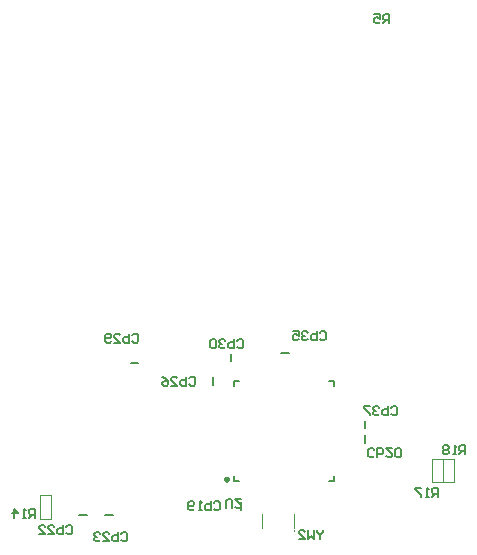
<source format=gbo>
%FSTAX25Y25*%
%MOIN*%
%SFA1B1*%

%IPPOS*%
%ADD39C,0.006000*%
%ADD60C,0.009840*%
%ADD61C,0.003940*%
%ADD62C,0.007870*%
%ADD63C,0.005000*%
%LNhighspeed_v0-1*%
%LPD*%
G54D39*
X0261Y008802D02*
Y00906D01*
X0233Y01133D02*
X0235579D01*
X02162Y01104D02*
Y0112979D01*
X02103Y01026D02*
Y010518D01*
X017442Y00591D02*
X0177D01*
X0165621Y00593D02*
X01682D01*
X01828Y01097D02*
X018538D01*
X0219754Y00609D02*
Y006348D01*
X0261Y008332D02*
Y00859D01*
G54D60*
X0215199Y0071157D02*
D01*
X0215197Y0071191*
X0215194Y0071225*
X0215188Y0071259*
X0215179Y0071292*
X0215169Y0071325*
X0215156Y0071357*
X0215141Y0071387*
X0215124Y0071417*
X0215105Y0071446*
X0215083Y0071473*
X021506Y0071498*
X0215036Y0071522*
X0215009Y0071544*
X0214982Y0071564*
X0214953Y0071583*
X0214922Y0071599*
X0214891Y0071613*
X0214859Y0071624*
X0214826Y0071634*
X0214792Y0071641*
X0214758Y0071646*
X0214724Y0071648*
X0214689*
X0214655Y0071646*
X0214621Y0071641*
X0214587Y0071634*
X0214554Y0071624*
X0214522Y0071613*
X0214491Y0071599*
X0214461Y0071583*
X0214431Y0071564*
X0214404Y0071544*
X0214377Y0071522*
X0214353Y0071498*
X021433Y0071473*
X0214308Y0071446*
X0214289Y0071417*
X0214272Y0071387*
X0214257Y0071357*
X0214244Y0071325*
X0214234Y0071292*
X0214225Y0071259*
X0214219Y0071225*
X0214216Y0071191*
X0214215Y0071157*
X0214216Y0071122*
X0214219Y0071088*
X0214225Y0071054*
X0214234Y0071021*
X0214244Y0070988*
X0214257Y0070956*
X0214272Y0070926*
X0214289Y0070896*
X0214308Y0070867*
X021433Y007084*
X0214353Y0070815*
X0214377Y0070791*
X0214404Y0070769*
X0214431Y0070749*
X0214461Y007073*
X0214491Y0070714*
X0214522Y00707*
X0214554Y0070689*
X0214587Y0070679*
X0214621Y0070672*
X0214655Y0070667*
X0214689Y0070665*
X0214724*
X0214758Y0070667*
X0214792Y0070672*
X0214826Y0070679*
X0214859Y0070689*
X0214891Y00707*
X0214922Y0070714*
X0214953Y007073*
X0214982Y0070749*
X0215009Y0070769*
X0215036Y0070791*
X021506Y0070815*
X0215083Y007084*
X0215105Y0070867*
X0215124Y0070896*
X0215141Y0070926*
X0215156Y0070956*
X0215169Y0070988*
X0215179Y0071021*
X0215188Y0071054*
X0215194Y0071088*
X0215197Y0071122*
X0215199Y0071157*
G54D61*
X0237412Y0054052D02*
D01*
X0237411Y0054058*
X0237411Y0054065*
X0237409Y0054072*
X0237408Y0054079*
X0237406Y0054085*
X0237403Y0054091*
X02374Y0054098*
X0237397Y0054103*
X0237393Y0054109*
X0237389Y0054114*
X0237384Y005412*
X0237379Y0054124*
X0237374Y0054129*
X0237368Y0054133*
X0237363Y0054136*
X0237356Y005414*
X023735Y0054142*
X0237344Y0054145*
X0237337Y0054147*
X0237331Y0054148*
X0237324Y0054149*
X0237317Y0054149*
X023731*
X0237303Y0054149*
X0237296Y0054148*
X023729Y0054147*
X0237283Y0054145*
X0237277Y0054142*
X0237271Y005414*
X0237265Y0054136*
X0237259Y0054133*
X0237253Y0054129*
X0237248Y0054124*
X0237243Y005412*
X0237238Y0054114*
X0237234Y0054109*
X023723Y0054103*
X0237227Y0054098*
X0237224Y0054091*
X0237221Y0054085*
X0237219Y0054079*
X0237218Y0054072*
X0237216Y0054065*
X0237216Y0054058*
X0237216Y0054052*
X0237216Y0054045*
X0237216Y0054038*
X0237218Y0054031*
X0237219Y0054024*
X0237221Y0054018*
X0237224Y0054012*
X0237227Y0054005*
X023723Y0054*
X0237234Y0053994*
X0237238Y0053989*
X0237243Y0053983*
X0237248Y0053979*
X0237253Y0053974*
X0237259Y005397*
X0237265Y0053967*
X0237271Y0053963*
X0237277Y0053961*
X0237283Y0053958*
X023729Y0053956*
X0237296Y0053955*
X0237303Y0053954*
X023731Y0053954*
X0237317*
X0237324Y0053954*
X0237331Y0053955*
X0237337Y0053956*
X0237344Y0053958*
X023735Y0053961*
X0237356Y0053963*
X0237363Y0053967*
X0237368Y005397*
X0237374Y0053974*
X0237379Y0053979*
X0237384Y0053983*
X0237389Y0053989*
X0237393Y0053994*
X0237397Y0054*
X02374Y0054005*
X0237403Y0054012*
X0237406Y0054018*
X0237408Y0054024*
X0237409Y0054031*
X0237411Y0054038*
X0237411Y0054045*
X0237412Y0054052*
X0237215Y0054938D02*
Y0059662D01*
X0226585Y0054938D02*
Y0059662D01*
X0152628Y0065737D02*
X0156172D01*
X0152628Y0057863D02*
Y0065737D01*
Y0057863D02*
X0156172D01*
Y0065737*
X0283228Y0077937D02*
X0286772D01*
X0283228Y0070063D02*
Y0077937D01*
Y0070063D02*
X0286772D01*
Y0077937*
X0286928D02*
X0290472D01*
X0286928Y0070063D02*
Y0077937D01*
Y0070063D02*
X0290472D01*
Y0077937*
G54D62*
X0248762Y0070566D02*
X0250534D01*
Y0072338*
X0248762Y0103834D02*
X0250534D01*
Y0102062D02*
Y0103834D01*
X0217266D02*
X0219038D01*
X0217266Y0102062D02*
Y0103834D01*
Y0070566D02*
X0219038D01*
X0217266D02*
Y0072338D01*
G54D63*
X0269Y02231D02*
Y0226099D01*
X02675*
X0267001Y0225599*
Y02246*
X02675Y02241*
X0269*
X0268D02*
X0267001Y02231D01*
X0264002Y0226099D02*
X0266001D01*
Y02246*
X0265001Y0225099*
X0264502*
X0264002Y02246*
Y02236*
X0264502Y02231*
X0265501*
X0266001Y02236*
X0269601Y0094999D02*
X02701Y0095499D01*
X02711*
X02716Y0094999*
Y0093*
X02711Y00925*
X02701*
X0269601Y0093*
X0268601Y0095499D02*
Y00925D01*
X0267102*
X0266602Y0093*
Y00935*
Y0093999*
X0267102Y0094499*
X0268601*
X0265602Y0094999D02*
X0265102Y0095499D01*
X0264102*
X0263603Y0094999*
Y0094499*
X0264102Y0093999*
X0264602*
X0264102*
X0263603Y00935*
Y0093*
X0264102Y00925*
X0265102*
X0265602Y0093*
X0262603Y0095499D02*
X0260604D01*
Y0094999*
X0262603Y0093*
Y00925*
X0245801Y0119899D02*
X0246301Y0120399D01*
X02473*
X02478Y0119899*
Y01179*
X02473Y01174*
X0246301*
X0245801Y01179*
X0244801Y0120399D02*
Y01174D01*
X0243302*
X0242802Y01179*
Y01184*
Y01189*
X0243302Y0119399*
X0244801*
X0241802Y0119899D02*
X0241302Y0120399D01*
X0240302*
X0239803Y0119899*
Y0119399*
X0240302Y01189*
X0240802*
X0240302*
X0239803Y01184*
Y01179*
X0240302Y01174*
X0241302*
X0241802Y01179*
X0236804Y0120399D02*
X0238803D01*
Y01189*
X0237803Y0119399*
X0237303*
X0236804Y01189*
Y01179*
X0237303Y01174*
X0238303*
X0238803Y01179*
X0218401Y0117199D02*
X02189Y0117699D01*
X02199*
X02204Y0117199*
Y01152*
X02199Y01147*
X02189*
X0218401Y01152*
X0217401Y0117699D02*
Y01147D01*
X0215901*
X0215402Y01152*
Y01157*
Y01162*
X0215901Y0116699*
X0217401*
X0214402Y0117199D02*
X0213902Y0117699D01*
X0212902*
X0212403Y0117199*
Y0116699*
X0212902Y01162*
X0213402*
X0212902*
X0212403Y01157*
Y01152*
X0212902Y01147*
X0213902*
X0214402Y01152*
X0211403Y0117199D02*
X0210903Y0117699D01*
X0209903*
X0209404Y0117199*
Y01152*
X0209903Y01147*
X0210903*
X0211403Y01152*
Y0117199*
X0183401Y0119099D02*
X01839Y0119599D01*
X01849*
X01854Y0119099*
Y01171*
X01849Y01166*
X01839*
X0183401Y01171*
X0182401Y0119599D02*
Y01166D01*
X0180902*
X0180402Y01171*
Y01176*
Y01181*
X0180902Y0118599*
X0182401*
X0177403Y01166D02*
X0179402D01*
X0177403Y0118599*
Y0119099*
X0177902Y0119599*
X0178902*
X0179402Y0119099*
X0176403Y01171D02*
X0175903Y01166D01*
X0174903*
X0174404Y01171*
Y0119099*
X0174903Y0119599*
X0175903*
X0176403Y0119099*
Y0118599*
X0175903Y01181*
X0174404*
X0202401Y0104799D02*
X0202901Y0105299D01*
X02039*
X02044Y0104799*
Y01028*
X02039Y01023*
X0202901*
X0202401Y01028*
X0201401Y0105299D02*
Y01023D01*
X0199901*
X0199402Y01028*
Y01033*
Y0103799*
X0199901Y0104299*
X0201401*
X0196403Y01023D02*
X0198402D01*
X0196403Y0104299*
Y0104799*
X0196902Y0105299*
X0197902*
X0198402Y0104799*
X0193404Y0105299D02*
X0194403Y0104799D01*
X0195403Y0103799*
Y01028*
X0194903Y01023*
X0193903*
X0193404Y01028*
Y01033*
X0193903Y0103799*
X0195403*
X0179601Y0052999D02*
X0180101Y0053499D01*
X01811*
X01816Y0052999*
Y0051*
X01811Y00505*
X0180101*
X0179601Y0051*
X0178601Y0053499D02*
Y00505D01*
X0177101*
X0176602Y0051*
Y00515*
Y0051999*
X0177101Y0052499*
X0178601*
X0173603Y00505D02*
X0175602D01*
X0173603Y0052499*
Y0052999*
X0174102Y0053499*
X0175102*
X0175602Y0052999*
X0172603D02*
X0172103Y0053499D01*
X0171103*
X0170604Y0052999*
Y0052499*
X0171103Y0051999*
X0171603*
X0171103*
X0170604Y00515*
Y0051*
X0171103Y00505*
X0172103*
X0172603Y0051*
X0161301Y0055299D02*
X0161801Y0055799D01*
X01628*
X01633Y0055299*
Y00533*
X01628Y00528*
X0161801*
X0161301Y00533*
X0160301Y0055799D02*
Y00528D01*
X0158801*
X0158302Y00533*
Y00538*
Y0054299*
X0158801Y0054799*
X0160301*
X0155303Y00528D02*
X0157302D01*
X0155303Y0054799*
Y0055299*
X0155802Y0055799*
X0156802*
X0157302Y0055299*
X0152304Y00528D02*
X0154303D01*
X0152304Y0054799*
Y0055299*
X0152803Y0055799*
X0153803*
X0154303Y0055299*
X0210501Y0063299D02*
X0211Y0063799D01*
X0212*
X02125Y0063299*
Y00613*
X0212Y00608*
X0211*
X0210501Y00613*
X0209501Y0063799D02*
Y00608D01*
X0208001*
X0207502Y00613*
Y00618*
Y00623*
X0208001Y0062799*
X0209501*
X0206502Y00608D02*
X0205502D01*
X0206002*
Y0063799*
X0206502Y0063299*
X0204003Y00613D02*
X0203503Y00608D01*
X0202503*
X0202003Y00613*
Y0063299*
X0202503Y0063799*
X0203503*
X0204003Y0063299*
Y0062799*
X0203503Y00623*
X0202003*
X0263999Y0078901D02*
X0263499Y0078401D01*
X02625*
X0262Y0078901*
Y00809*
X02625Y00814*
X0263499*
X0263999Y00809*
X0264999Y0078401D02*
Y00814D01*
X0266498*
X0266998Y00809*
Y00804*
Y00799*
X0266498Y0079401*
X0264999*
X0269997Y00814D02*
X0267998D01*
X0269997Y0079401*
Y0078901*
X0269498Y0078401*
X0268498*
X0267998Y0078901*
X0270997D02*
X0271497Y0078401D01*
X0272497*
X0272996Y0078901*
Y00809*
X0272497Y00814*
X0271497*
X0270997Y00809*
Y0078901*
X021475Y0061451D02*
Y006395D01*
X021525Y006445*
X0216249*
X0216749Y006395*
Y0061451*
X0219748Y006445D02*
X0217749D01*
X0219748Y0062451*
Y0061951*
X0219249Y0061451*
X0218249*
X0217749Y0061951*
X01508Y00583D02*
Y0061299D01*
X0149301*
X0148801Y0060799*
Y0059799*
X0149301Y00593*
X01508*
X01498D02*
X0148801Y00583D01*
X0147801D02*
X0146801D01*
X0147301*
Y0061299*
X0147801Y0060799*
X0143802Y00583D02*
Y0061299D01*
X0145302Y0059799*
X0143302*
X02469Y0054099D02*
Y0053599D01*
X02459Y00526*
X0244901Y0053599*
Y0054099*
X02459Y00526D02*
Y00511D01*
X0243901Y0054099D02*
Y00511D01*
X0242901Y00521*
X0241902Y00511*
Y0054099*
X0238903Y00511D02*
X0240902D01*
X0238903Y0053099*
Y0053599*
X0239402Y0054099*
X0240402*
X0240902Y0053599*
X02852Y00653D02*
Y0068299D01*
X02837*
X0283201Y0067799*
Y0066799*
X02837Y00663*
X02852*
X02842D02*
X0283201Y00653D01*
X0282201D02*
X0281201D01*
X0281701*
Y0068299*
X0282201Y0067799*
X0279702Y0068299D02*
X0277702D01*
Y0067799*
X0279702Y00658*
Y00653*
X02944Y00795D02*
Y0082499D01*
X02929*
X0292401Y0081999*
Y0080999*
X02929Y00805*
X02944*
X02934D02*
X0292401Y00795D01*
X0291401D02*
X0290401D01*
X0290901*
Y0082499*
X0291401Y0081999*
X0288902D02*
X0288402Y0082499D01*
X0287402*
X0286902Y0081999*
Y0081499*
X0287402Y0080999*
X0286902Y00805*
Y008*
X0287402Y00795*
X0288402*
X0288902Y008*
Y00805*
X0288402Y0080999*
X0288902Y0081499*
Y0081999*
X0288402Y0080999D02*
X0287402D01*
M02*
</source>
